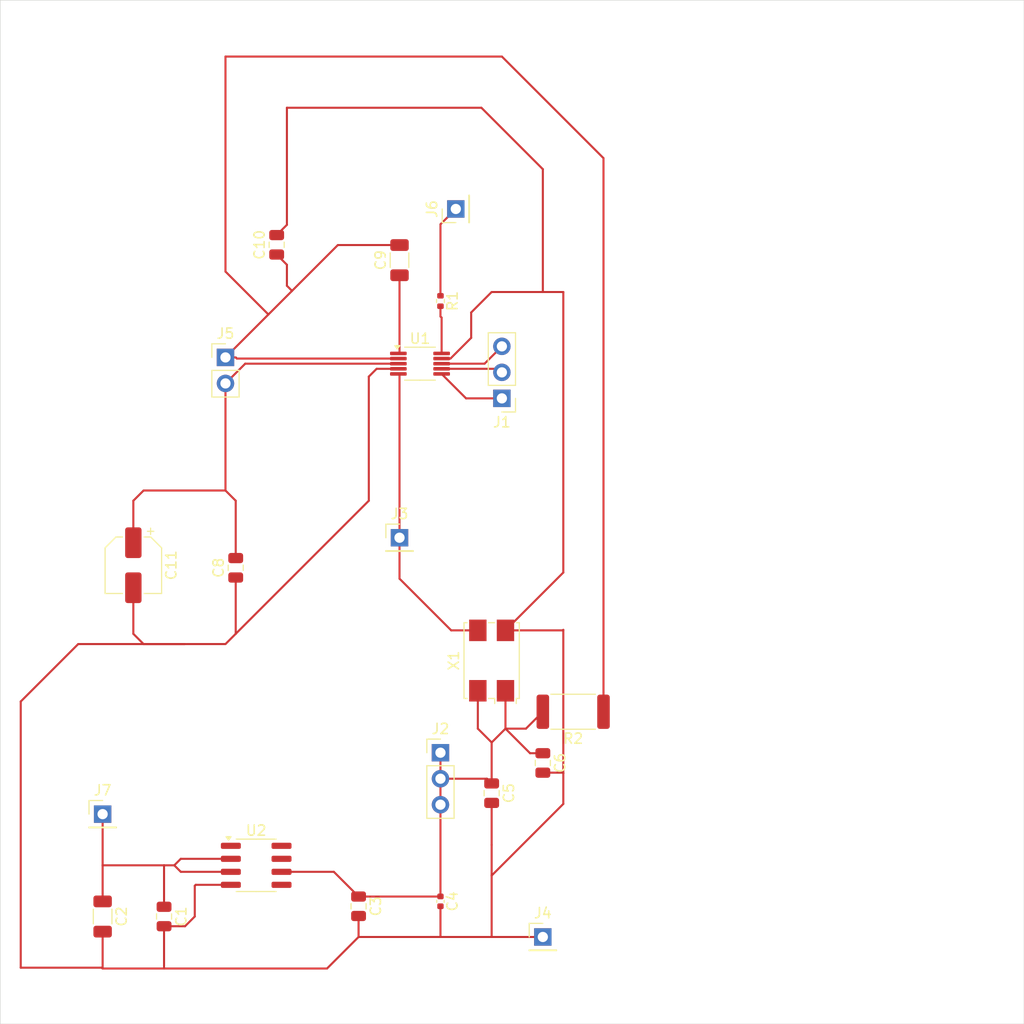
<source format=kicad_pcb>
(kicad_pcb (version 20240108) (generator "pcbnew") (generator_version "8.0")
  (layers (0 "F.Cu" signal) (31 "B.Cu" signal) (34 "B.Paste" user) (35 "F.Paste" user) (36 "B.SilkS" user "B.Silkscreen") (37 "F.SilkS" user "F.Silkscreen") (38 "B.Mask" user) (39 "F.Mask" user) (44 "Edge.Cuts" user))
  (net 0 "")
  (net 1 "GND")
  (net 2 "+5V")
  (net 3 "+3.3V")
  (net 4 "Net-(J5-Pin_2)")
  (net 5 "Net-(U1-COMP)")
  (net 6 "Net-(J1-Pin_1)")
  (net 7 "Net-(J1-Pin_2)")
  (net 8 "Net-(J1-Pin_3)")
  (net 9 "Net-(J3-Pin_1)")
  (net 10 "Net-(J6-Pin_1)")
  (net 11 "Net-(U1-VOUT)")
  (net 16 "Net-(J5-Pin_1)")
  (footprint "Connector_PinHeader_2.54mm:PinHeader_1x02_P2.54mm_Vertical" (layer "F.Cu") (at 127 75.3875)
    (property "Reference" "J5" (at 0 -2.33 0) (layer "F.SilkS"))
    (property "Value" "Conn_01x02_Pin")
    (fp_line (start -1.33 -1.33) (end 0 -1.33) (stroke (width 0.12)) (layer "F.SilkS"))
    (fp_line (start -1.33 0) (end -1.33 -1.33) (stroke (width 0.12)) (layer "F.SilkS"))
    (fp_line (start -1.33 1.27) (end -1.33 3.87) (stroke (width 0.12)) (layer "F.SilkS"))
    (fp_line (start -1.33 1.27) (end 1.33 1.27) (stroke (width 0.12)) (layer "F.SilkS"))
    (fp_line (start -1.33 3.87) (end 1.33 3.87) (stroke (width 0.12)) (layer "F.SilkS"))
    (fp_line (start 1.33 1.27) (end 1.33 3.87) (stroke (width 0.12)) (layer "F.SilkS"))
    (pad "1" thru_hole rect (at 0 0) (size 1.7 1.7) (drill 1) (layers "*.Cu" "*.Mask") (net 16 "Net-(J5-Pin_1)"))
    (pad "2" thru_hole oval (at 0 2.54) (size 1.7 1.7) (drill 1) (layers "*.Cu" "*.Mask") (net 4 "Net-(J5-Pin_2)"))
  )
  (footprint "Capacitor_SMD:CP_Elec_5x5.4" (layer "F.Cu") (at 118 95.6875 -90)
    (property "Reference" "C11" (at 0 -3.7 90) (layer "F.SilkS"))
    (property "Value" "10uF_Polarized")
    (fp_line (start -1.695563 2.76) (end 2.76 2.76) (stroke (width 0.12)) (layer "F.SilkS"))
    (fp_line (start 2.76 2.76) (end 2.76 1.06) (stroke (width 0.12)) (layer "F.SilkS"))
    (fp_line (start -2.76 1.695563) (end -1.695563 2.76) (stroke (width 0.12)) (layer "F.SilkS"))
    (fp_line (start -2.76 1.695563) (end -2.76 1.06) (stroke (width 0.12)) (layer "F.SilkS"))
    (fp_line (start -3.625 -1.685) (end -3 -1.685) (stroke (width 0.12)) (layer "F.SilkS"))
    (fp_line (start -2.76 -1.695563) (end -2.76 -1.06) (stroke (width 0.12)) (layer "F.SilkS"))
    (fp_line (start -2.76 -1.695563) (end -1.695563 -2.76) (stroke (width 0.12)) (layer "F.SilkS"))
    (fp_line (start -3.3125 -1.9975) (end -3.3125 -1.3725) (stroke (width 0.12)) (layer "F.SilkS"))
    (fp_line (start -1.695563 -2.76) (end 2.76 -2.76) (stroke (width 0.12)) (layer "F.SilkS"))
    (fp_line (start 2.76 -2.76) (end 2.76 -1.06) (stroke (width 0.12)) (layer "F.SilkS"))
    (pad "1" smd roundrect (at -2.2 0 270) (size 3 1.6) (layers "F.Cu" "F.Paste" "F.Mask") (roundrect_rratio 0.15625) (net 4 "Net-(J5-Pin_2)"))
    (pad "2" smd roundrect (at 2.2 0 270) (size 3 1.6) (layers "F.Cu" "F.Paste" "F.Mask") (roundrect_rratio 0.15625) (net 1 "GND"))
  )
  (footprint "Capacitor_SMD:C_0805_2012Metric" (layer "F.Cu") (at 153 117.95 -90)
    (property "Reference" "C5" (at 0 -1.68 90) (layer "F.SilkS"))
    (property "Value" "0.1uF")
    (fp_line (start -0.261252 0.735) (end 0.261252 0.735) (stroke (width 0.12)) (layer "F.SilkS"))
    (fp_line (start -0.261252 -0.735) (end 0.261252 -0.735) (stroke (width 0.12)) (layer "F.SilkS"))
    (pad "1" smd roundrect (at -0.95 0 270) (size 1 1.45) (layers "F.Cu" "F.Paste" "F.Mask") (net 3 "+3.3V"))
    (pad "2" smd roundrect (at 0.95 0 270) (size 1 1.45) (layers "F.Cu" "F.Paste" "F.Mask") (net 1 "GND"))
  )
  (footprint "Resistor_SMD:R_0402_1005Metric" (layer "F.Cu") (at 148 69.8775 -90)
    (property "Reference" "R1" (at 0 -1.17 90) (layer "F.SilkS"))
    (property "Value" "50")
    (fp_line (start -0.153641 0.38) (end 0.153641 0.38) (stroke (width 0.12)) (layer "F.SilkS"))
    (fp_line (start -0.153641 -0.38) (end 0.153641 -0.38) (stroke (width 0.12)) (layer "F.SilkS"))
    (pad "1" smd roundrect (at -0.51 0 270) (size 0.54 0.64) (layers "F.Cu" "F.Paste" "F.Mask") (net 10 "Net-(J6-Pin_1)"))
    (pad "2" smd roundrect (at 0.51 0 270) (size 0.54 0.64) (layers "F.Cu" "F.Paste" "F.Mask") (net 11 "Net-(U1-VOUT)"))
  )
  (footprint "Capacitor_SMD:C_0805_2012Metric" (layer "F.Cu") (at 132 64.3875 90)
    (property "Reference" "C10" (at 0 -1.68 90) (layer "F.SilkS"))
    (property "Value" "0.1uF")
    (fp_line (start -0.261252 -0.735) (end 0.261252 -0.735) (stroke (width 0.12)) (layer "F.SilkS"))
    (fp_line (start -0.261252 0.735) (end 0.261252 0.735) (stroke (width 0.12)) (layer "F.SilkS"))
    (pad "1" smd roundrect (at -0.95 0 90) (size 1 1.45) (layers "F.Cu" "F.Paste" "F.Mask") (net 16 "Net-(J5-Pin_1)"))
    (pad "2" smd roundrect (at 0.95 0 90) (size 1 1.45) (layers "F.Cu" "F.Paste" "F.Mask") (net 1 "GND"))
  )
  (footprint "Capacitor_SMD:C_1206_3216Metric" (layer "F.Cu") (at 144 65.8875 90)
    (property "Reference" "C9" (at 0 -1.85 90) (layer "F.SilkS"))
    (property "Value" "0.01uF")
    (fp_line (start -0.711252 -0.91) (end 0.711252 -0.91) (stroke (width 0.12)) (layer "F.SilkS"))
    (fp_line (start -0.711252 0.91) (end 0.711252 0.91) (stroke (width 0.12)) (layer "F.SilkS"))
    (pad "1" smd roundrect (at -1.475 0 90) (size 1.15 1.8) (layers "F.Cu" "F.Paste" "F.Mask") (roundrect_rratio 0.217391) (net 5 "Net-(U1-COMP)"))
    (pad "2" smd roundrect (at 1.475 0 90) (size 1.15 1.8) (layers "F.Cu" "F.Paste" "F.Mask") (roundrect_rratio 0.217391) (net 16 "Net-(J5-Pin_1)"))
  )
  (footprint "Crystal:Crystal_SMD_7050-4Pin_7.0x5.0mm" (layer "F.Cu") (at 153 105 90)
    (property "Reference" "X1" (at 0 -3.7 90) (layer "F.SilkS"))
    (property "Value" "OCETCLJANF-25.000000MHZ")
    (fp_line (start 3.7 -2.7) (end 3.7 -2.4) (stroke (width 0.12)) (layer "F.SilkS"))
    (fp_line (start -3.7 -2.7) (end 3.7 -2.7) (stroke (width 0.12)) (layer "F.SilkS"))
    (fp_line (start -3.7 -2.4) (end -3.7 -2.7) (stroke (width 0.12)) (layer "F.SilkS"))
    (fp_line (start 3.7 -0.3) (end 3.7 0.3) (stroke (width 0.12)) (layer "F.SilkS"))
    (fp_line (start -3.7 0.3) (end -3.7 -0.3) (stroke (width 0.12)) (layer "F.SilkS"))
    (fp_line (start -4.2 0.3) (end -3.7 0.3) (stroke (width 0.12)) (layer "F.SilkS"))
    (fp_line (start -3.7 2.4) (end -3.7 2.7) (stroke (width 0.12)) (layer "F.SilkS"))
    (fp_line (start -4.2 2.4) (end -3.7 2.4) (stroke (width 0.12)) (layer "F.SilkS"))
    (fp_line (start 3.7 2.7) (end 3.7 2.4) (stroke (width 0.12)) (layer "F.SilkS"))
    (fp_line (start -3.7 2.7) (end 3.7 2.7) (stroke (width 0.12)) (layer "F.SilkS"))
    (pad "1" smd rect (at -2.95 1.35 90) (size 2.1 1.7) (layers "F.Cu" "F.Paste" "F.Mask") (net 3 "+3.3V"))
    (pad "2" smd rect (at 2.95 1.35 90) (size 2.1 1.7) (layers "F.Cu" "F.Paste" "F.Mask") (net 1 "GND"))
    (pad "3" smd rect (at 2.95 -1.35 90) (size 2.1 1.7) (layers "F.Cu" "F.Paste" "F.Mask") (net 9 "Net-(J3-Pin_1)"))
    (pad "4" smd rect (at -2.95 -1.35 90) (size 2.1 1.7) (layers "F.Cu" "F.Paste" "F.Mask") (net 3 "+3.3V"))
  )
  (footprint "Resistor_SMD:R_2512_6332Metric" (layer "F.Cu") (at 160.9625 110 180)
    (property "Reference" "R2" (at 0 -2.62 0) (layer "F.SilkS"))
    (property "Value" "0")
    (fp_line (start -2.177064 1.71) (end 2.177064 1.71) (stroke (width 0.12)) (layer "F.SilkS"))
    (fp_line (start -2.177064 -1.71) (end 2.177064 -1.71) (stroke (width 0.12)) (layer "F.SilkS"))
    (pad "1" smd roundrect (at -2.9625 0 180) (size 1.225 3.35) (layers "F.Cu" "F.Paste" "F.Mask") (roundrect_rratio 0.204082) (net 16 "Net-(J5-Pin_1)"))
    (pad "2" smd roundrect (at 2.9625 0 180) (size 1.225 3.35) (layers "F.Cu" "F.Paste" "F.Mask") (roundrect_rratio 0.204082) (net 3 "+3.3V"))
  )
  (footprint "Connector_PinHeader_2.54mm:PinHeader_1x01_P2.54mm_Vertical" (layer "F.Cu") (at 158 132)
    (property "Reference" "J4" (at 0 -2.33 0) (layer "F.SilkS"))
    (property "Value" "Conn_01x01_Pin")
    (fp_line (start -1.33 -1.33) (end 0 -1.33) (stroke (width 0.12)) (layer "F.SilkS"))
    (fp_line (start -1.33 0) (end -1.33 -1.33) (stroke (width 0.12)) (layer "F.SilkS"))
    (fp_line (start -1.33 1.27) (end -1.33 1.33) (stroke (width 0.12)) (layer "F.SilkS"))
    (fp_line (start -1.33 1.27) (end 1.33 1.27) (stroke (width 0.12)) (layer "F.SilkS"))
    (fp_line (start -1.33 1.33) (end 1.33 1.33) (stroke (width 0.12)) (layer "F.SilkS"))
    (fp_line (start 1.33 1.27) (end 1.33 1.33) (stroke (width 0.12)) (layer "F.SilkS"))
    (pad "1" thru_hole rect (at 0 0) (size 1.7 1.7) (drill 1) (layers "*.Cu" "*.Mask") (net 1 "GND"))
  )
  (footprint "Connector_PinHeader_2.54mm:PinHeader_1x01_P2.54mm_Vertical" (layer "F.Cu") (at 149.5 60.8875 90)
    (property "Reference" "J6" (at 0 -2.33 90) (layer "F.SilkS"))
    (property "Value" "Conn_01x01_Pin")
    (fp_line (start -1.33 -1.33) (end 0 -1.33) (stroke (width 0.12)) (layer "F.SilkS"))
    (fp_line (start -1.33 0) (end -1.33 -1.33) (stroke (width 0.12)) (layer "F.SilkS"))
    (fp_line (start 1.33 1.27) (end 1.33 1.33) (stroke (width 0.12)) (layer "F.SilkS"))
    (fp_line (start -1.33 1.27) (end 1.33 1.27) (stroke (width 0.12)) (layer "F.SilkS"))
    (fp_line (start -1.33 1.27) (end -1.33 1.33) (stroke (width 0.12)) (layer "F.SilkS"))
    (fp_line (start -1.33 1.33) (end 1.33 1.33) (stroke (width 0.12)) (layer "F.SilkS"))
    (pad "1" thru_hole rect (at 0 0 90) (size 1.7 1.7) (drill 1) (layers "*.Cu" "*.Mask") (net 10 "Net-(J6-Pin_1)"))
  )
  (footprint "Capacitor_SMD:C_0805_2012Metric" (layer "F.Cu") (at 121 130 -90)
    (property "Reference" "C1" (at 0 -1.68 90) (layer "F.SilkS"))
    (property "Value" "0.1uF")
    (fp_line (start -0.261252 0.735) (end 0.261252 0.735) (stroke (width 0.12)) (layer "F.SilkS"))
    (fp_line (start -0.261252 -0.735) (end 0.261252 -0.735) (stroke (width 0.12)) (layer "F.SilkS"))
    (pad "1" smd roundrect (at -0.95 0 270) (size 1 1.45) (layers "F.Cu" "F.Paste" "F.Mask") (net 2 "+5V"))
    (pad "2" smd roundrect (at 0.95 0 270) (size 1 1.45) (layers "F.Cu" "F.Paste" "F.Mask") (net 1 "GND"))
  )
  (footprint "Capacitor_SMD:C_0805_2012Metric" (layer "F.Cu") (at 140 129 -90)
    (property "Reference" "C3" (at 0 -1.68 90) (layer "F.SilkS"))
    (property "Value" "0.1nF")
    (fp_line (start -0.261252 0.735) (end 0.261252 0.735) (stroke (width 0.12)) (layer "F.SilkS"))
    (fp_line (start -0.261252 -0.735) (end 0.261252 -0.735) (stroke (width 0.12)) (layer "F.SilkS"))
    (pad "1" smd roundrect (at -0.95 0 270) (size 1 1.45) (layers "F.Cu" "F.Paste" "F.Mask") (net 3 "+3.3V"))
    (pad "2" smd roundrect (at 0.95 0 270) (size 1 1.45) (layers "F.Cu" "F.Paste" "F.Mask") (net 1 "GND"))
  )
  (footprint "Package_SO:SOIC-8_3.9x4.9mm_P1.27mm" (layer "F.Cu") (at 130 125)
    (property "Reference" "U2" (at 0 -3.4 0) (layer "F.SilkS"))
    (property "Value" "REF196")
    (fp_line (start 0 -2.56) (end -1.95 -2.56) (stroke (width 0.12)) (layer "F.SilkS"))
    (fp_line (start 0 -2.56) (end 1.95 -2.56) (stroke (width 0.12)) (layer "F.SilkS"))
    (fp_line (start 0 2.56) (end -1.95 2.56) (stroke (width 0.12)) (layer "F.SilkS"))
    (fp_line (start 0 2.56) (end 1.95 2.56) (stroke (width 0.12)) (layer "F.SilkS"))
    (fp_poly (pts (xy -2.7 -2.465) (xy -2.94 -2.795) (xy -2.46 -2.795) (xy -2.7 -2.465)) (stroke (width 0.12)) (fill solid) (layer "F.SilkS"))
    (pad "1" smd roundrect (at -2.475 -1.905) (size 1.95 0.6) (layers "F.Cu" "F.Paste" "F.Mask"))
    (pad "2" smd roundrect (at -2.475 -0.635) (size 1.95 0.6) (layers "F.Cu" "F.Paste" "F.Mask") (net 2 "+5V"))
    (pad "3" smd roundrect (at -2.475 0.635) (size 1.95 0.6) (layers "F.Cu" "F.Paste" "F.Mask") (net 2 "+5V"))
    (pad "4" smd roundrect (at -2.475 1.905) (size 1.95 0.6) (layers "F.Cu" "F.Paste" "F.Mask") (net 1 "GND"))
    (pad "5" smd roundrect (at 2.475 1.905) (size 1.95 0.6) (layers "F.Cu" "F.Paste" "F.Mask"))
    (pad "6" smd roundrect (at 2.475 0.635) (size 1.95 0.6) (layers "F.Cu" "F.Paste" "F.Mask") (net 3 "+3.3V"))
    (pad "7" smd roundrect (at 2.475 -0.635) (size 1.95 0.6) (layers "F.Cu" "F.Paste" "F.Mask"))
    (pad "8" smd roundrect (at 2.475 -1.905) (size 1.95 0.6) (layers "F.Cu" "F.Paste" "F.Mask"))
  )
  (footprint "Connector_PinHeader_2.54mm:PinHeader_1x03_P2.54mm_Vertical" (layer "F.Cu") (at 154 79.3875 180)
    (property "Reference" "J1" (at 0 -2.33 0) (layer "F.SilkS"))
    (property "Value" "Conn_01x03_Pin")
    (fp_line (start 1.33 1.27) (end 1.33 6.41) (stroke (width 0.12)) (layer "F.SilkS"))
    (fp_line (start -1.33 6.41) (end 1.33 6.41) (stroke (width 0.12)) (layer "F.SilkS"))
    (fp_line (start -1.33 1.27) (end 1.33 1.27) (stroke (width 0.12)) (layer "F.SilkS"))
    (fp_line (start -1.33 1.27) (end -1.33 6.41) (stroke (width 0.12)) (layer "F.SilkS"))
    (fp_line (start -1.33 0) (end -1.33 -1.33) (stroke (width 0.12)) (layer "F.SilkS"))
    (fp_line (start -1.33 -1.33) (end 0 -1.33) (stroke (width 0.12)) (layer "F.SilkS"))
    (pad "1" thru_hole rect (at 0 0 180) (size 1.7 1.7) (drill 1) (layers "*.Cu" "*.Mask") (net 6 "Net-(J1-Pin_1)"))
    (pad "2" thru_hole oval (at 0 2.54 180) (size 1.7 1.7) (drill 1) (layers "*.Cu" "*.Mask") (net 7 "Net-(J1-Pin_2)"))
    (pad "3" thru_hole oval (at 0 5.08 180) (size 1.7 1.7) (drill 1) (layers "*.Cu" "*.Mask") (net 8 "Net-(J1-Pin_3)"))
  )
  (footprint "Package_SO:MSOP-10_3x3mm_P0.5mm" (layer "F.Cu") (at 146 76)
    (property "Reference" "U1" (at 0 -2.45 0) (layer "F.SilkS"))
    (property "Value" "AD9833xRM")
    (fp_line (start 0 -1.61) (end -1.5 -1.61) (stroke (width 0.12)) (layer "F.SilkS"))
    (fp_line (start 0 -1.61) (end 1.5 -1.61) (stroke (width 0.12)) (layer "F.SilkS"))
    (fp_line (start 0 1.61) (end -1.5 1.61) (stroke (width 0.12)) (layer "F.SilkS"))
    (fp_line (start 0 1.61) (end 1.5 1.61) (stroke (width 0.12)) (layer "F.SilkS"))
    (fp_poly (pts (xy -2.2125 -1.435) (xy -2.4525 -1.765) (xy -1.9725 -1.765) (xy -2.2125 -1.435)) (stroke (width 0.12)) (fill solid) (layer "F.SilkS"))
    (pad "1" smd roundrect (at -2.1125 -1) (size 1.625 0.35) (layers "F.Cu" "F.Paste" "F.Mask") (net 5 "Net-(U1-COMP)"))
    (pad "2" smd roundrect (at -2.1125 -0.5) (size 1.625 0.35) (layers "F.Cu" "F.Paste" "F.Mask") (net 16 "Net-(J5-Pin_1)"))
    (pad "3" smd roundrect (at -2.1125 0) (size 1.625 0.35) (layers "F.Cu" "F.Paste" "F.Mask") (net 4 "Net-(J5-Pin_2)"))
    (pad "4" smd roundrect (at -2.1125 0.5) (size 1.625 0.35) (layers "F.Cu" "F.Paste" "F.Mask") (net 1 "GND"))
    (pad "5" smd roundrect (at -2.1125 1) (size 1.625 0.35) (layers "F.Cu" "F.Paste" "F.Mask") (net 9 "Net-(J3-Pin_1)"))
    (pad "6" smd roundrect (at 2.1125 1) (size 1.625 0.35) (layers "F.Cu" "F.Paste" "F.Mask") (net 6 "Net-(J1-Pin_1)"))
    (pad "7" smd roundrect (at 2.1125 0.5) (size 1.625 0.35) (layers "F.Cu" "F.Paste" "F.Mask") (net 7 "Net-(J1-Pin_2)"))
    (pad "8" smd roundrect (at 2.1125 0) (size 1.625 0.35) (layers "F.Cu" "F.Paste" "F.Mask") (net 8 "Net-(J1-Pin_3)"))
    (pad "9" smd roundrect (at 2.1125 -0.5) (size 1.625 0.35) (layers "F.Cu" "F.Paste" "F.Mask") (net 1 "GND"))
    (pad "10" smd roundrect (at 2.1125 -1) (size 1.625 0.35) (layers "F.Cu" "F.Paste" "F.Mask") (net 11 "Net-(U1-VOUT)"))
  )
  (footprint "Connector_PinHeader_2.54mm:PinHeader_1x03_P2.54mm_Vertical" (layer "F.Cu") (at 148 114)
    (property "Reference" "J2" (at 0 -2.33 0) (layer "F.SilkS"))
    (property "Value" "Conn_01x03_Pin")
    (fp_line (start -1.33 -1.33) (end 0 -1.33) (stroke (width 0.12)) (layer "F.SilkS"))
    (fp_line (start -1.33 0) (end -1.33 -1.33) (stroke (width 0.12)) (layer "F.SilkS"))
    (fp_line (start -1.33 1.27) (end -1.33 6.41) (stroke (width 0.12)) (layer "F.SilkS"))
    (fp_line (start -1.33 1.27) (end 1.33 1.27) (stroke (width 0.12)) (layer "F.SilkS"))
    (fp_line (start -1.33 6.41) (end 1.33 6.41) (stroke (width 0.12)) (layer "F.SilkS"))
    (fp_line (start 1.33 1.27) (end 1.33 6.41) (stroke (width 0.12)) (layer "F.SilkS"))
    (pad "1" thru_hole rect (at 0 0) (size 1.7 1.7) (drill 1) (layers "*.Cu" "*.Mask") (net 3 "+3.3V"))
    (pad "2" thru_hole oval (at 0 2.54) (size 1.7 1.7) (drill 1) (layers "*.Cu" "*.Mask") (net 3 "+3.3V"))
    (pad "3" thru_hole oval (at 0 5.08) (size 1.7 1.7) (drill 1) (layers "*.Cu" "*.Mask") (net 3 "+3.3V"))
  )
  (footprint "Capacitor_SMD:C_0402_1005Metric" (layer "F.Cu") (at 148 128.52 -90)
    (property "Reference" "C4" (at 0 -1.16 90) (layer "F.SilkS"))
    (property "Value" "1uF")
    (fp_line (start -0.107836 0.36) (end 0.107836 0.36) (stroke (width 0.12)) (layer "F.SilkS"))
    (fp_line (start -0.107836 -0.36) (end 0.107836 -0.36) (stroke (width 0.12)) (layer "F.SilkS"))
    (pad "1" smd roundrect (at -0.48 0 270) (size 0.56 0.62) (layers "F.Cu" "F.Paste" "F.Mask") (net 3 "+3.3V"))
    (pad "2" smd roundrect (at 0.48 0 270) (size 0.56 0.62) (layers "F.Cu" "F.Paste" "F.Mask") (net 1 "GND"))
  )
  (footprint "Capacitor_SMD:C_1206_3216Metric" (layer "F.Cu") (at 115 130 -90)
    (property "Reference" "C2" (at 0 -1.85 90) (layer "F.SilkS"))
    (property "Value" "10uF")
    (fp_line (start -0.711252 0.91) (end 0.711252 0.91) (stroke (width 0.12)) (layer "F.SilkS"))
    (fp_line (start -0.711252 -0.91) (end 0.711252 -0.91) (stroke (width 0.12)) (layer "F.SilkS"))
    (pad "1" smd roundrect (at -1.475 0 270) (size 1.15 1.8) (layers "F.Cu" "F.Paste" "F.Mask") (roundrect_rratio 0.217391) (net 2 "+5V"))
    (pad "2" smd roundrect (at 1.475 0 270) (size 1.15 1.8) (layers "F.Cu" "F.Paste" "F.Mask") (roundrect_rratio 0.217391) (net 1 "GND"))
  )
  (footprint "Capacitor_SMD:C_0805_2012Metric" (layer "F.Cu") (at 158 115 -90)
    (property "Reference" "C6" (at 0 -1.68 90) (layer "F.SilkS"))
    (property "Value" "0.1uF")
    (fp_line (start -0.261252 0.735) (end 0.261252 0.735) (stroke (width 0.12)) (layer "F.SilkS"))
    (fp_line (start -0.261252 -0.735) (end 0.261252 -0.735) (stroke (width 0.12)) (layer "F.SilkS"))
    (pad "1" smd roundrect (at -0.95 0 270) (size 1 1.45) (layers "F.Cu" "F.Paste" "F.Mask") (net 3 "+3.3V"))
    (pad "2" smd roundrect (at 0.95 0 270) (size 1 1.45) (layers "F.Cu" "F.Paste" "F.Mask") (net 1 "GND"))
  )
  (footprint "Capacitor_SMD:C_0805_2012Metric" (layer "F.Cu") (at 128 95.9375 90)
    (property "Reference" "C8" (at 0 -1.68 90) (layer "F.SilkS"))
    (property "Value" "0.1uF")
    (fp_line (start -0.261252 -0.735) (end 0.261252 -0.735) (stroke (width 0.12)) (layer "F.SilkS"))
    (fp_line (start -0.261252 0.735) (end 0.261252 0.735) (stroke (width 0.12)) (layer "F.SilkS"))
    (pad "1" smd roundrect (at -0.95 0 90) (size 1 1.45) (layers "F.Cu" "F.Paste" "F.Mask") (net 1 "GND"))
    (pad "2" smd roundrect (at 0.95 0 90) (size 1 1.45) (layers "F.Cu" "F.Paste" "F.Mask") (net 4 "Net-(J5-Pin_2)"))
  )
  (footprint "Connector_PinHeader_2.54mm:PinHeader_1x01_P2.54mm_Vertical" (layer "F.Cu") (at 144 93)
    (property "Reference" "J3" (at 0 -2.33 0) (layer "F.SilkS"))
    (property "Value" "Conn_01x01_Pin")
    (fp_line (start -1.33 -1.33) (end 0 -1.33) (stroke (width 0.12)) (layer "F.SilkS"))
    (fp_line (start -1.33 0) (end -1.33 -1.33) (stroke (width 0.12)) (layer "F.SilkS"))
    (fp_line (start -1.33 1.27) (end -1.33 1.33) (stroke (width 0.12)) (layer "F.SilkS"))
    (fp_line (start -1.33 1.27) (end 1.33 1.27) (stroke (width 0.12)) (layer "F.SilkS"))
    (fp_line (start -1.33 1.33) (end 1.33 1.33) (stroke (width 0.12)) (layer "F.SilkS"))
    (fp_line (start 1.33 1.27) (end 1.33 1.33) (stroke (width 0.12)) (layer "F.SilkS"))
    (pad "1" thru_hole rect (at 0 0) (size 1.7 1.7) (drill 1) (layers "*.Cu" "*.Mask") (net 9 "Net-(J3-Pin_1)"))
  )
  (footprint "Connector_PinHeader_2.54mm:PinHeader_1x01_P2.54mm_Vertical" (layer "F.Cu") (at 115 120)
    (property "Reference" "J7" (at 0 -2.33 0) (layer "F.SilkS"))
    (property "Value" "Conn_01x01_Pin")
    (fp_line (start -1.33 -1.33) (end 0 -1.33) (stroke (width 0.12)) (layer "F.SilkS"))
    (fp_line (start -1.33 0) (end -1.33 -1.33) (stroke (width 0.12)) (layer "F.SilkS"))
    (fp_line (start -1.33 1.27) (end -1.33 1.33) (stroke (width 0.12)) (layer "F.SilkS"))
    (fp_line (start -1.33 1.27) (end 1.33 1.27) (stroke (width 0.12)) (layer "F.SilkS"))
    (fp_line (start -1.33 1.33) (end 1.33 1.33) (stroke (width 0.12)) (layer "F.SilkS"))
    (fp_line (start 1.33 1.27) (end 1.33 1.33) (stroke (width 0.12)) (layer "F.SilkS"))
    (pad "1" thru_hole rect (at 0 0) (size 1.7 1.7) (drill 1) (layers "*.Cu" "*.Mask") (net 2 "+5V"))
  )
  (gr_rect (start 105 40.5) (end 205 140.5) (stroke (width 0.05)) (fill none) (layer "Edge.Cuts"))
  (segment (start 153 132) (end 158 132) (width 0.2) (layer "F.Cu") (net 1))
  (segment (start 116.92 135.08) (end 119.46 135.08) (width 0.2) (layer "F.Cu") (net 1))
  (segment (start 115 131.475) (end 115 135.08) (width 0.2) (layer "F.Cu") (net 1))
  (segment (start 118 97.8875) (end 118 102.3875) (width 0.2) (layer "F.Cu") (net 1))
  (segment (start 159.95 102.05) (end 160 102) (width 0.2) (layer "F.Cu") (net 1))
  (segment (start 121 130.95) (end 123.05 130.95) (width 0.2) (layer "F.Cu") (net 1))
  (segment (start 152 51) (end 158 57) (width 0.2) (layer "F.Cu") (net 1))
  (segment (start 127 103.3875) (end 128 102.3875) (width 0.2) (layer "F.Cu") (net 1))
  (segment (start 160 102) (end 160 116) (width 0.2) (layer "F.Cu") (net 1))
  (segment (start 160 96.4) (end 154.35 102.05) (width 0.2) (layer "F.Cu") (net 1))
  (segment (start 148.975432 75.5) (end 151 73.475432) (width 0.2) (layer "F.Cu") (net 1))
  (segment (start 119.46 135.08) (end 121 135.08) (width 0.2) (layer "F.Cu") (net 1))
  (segment (start 158 115.95) (end 159.95 115.95) (width 0.2) (layer "F.Cu") (net 1))
  (segment (start 154.35 102.05) (end 159.95 102.05) (width 0.2) (layer "F.Cu") (net 1))
  (segment (start 148.1125 75.5) (end 148.975432 75.5) (width 0.2) (layer "F.Cu") (net 1))
  (segment (start 124 130) (end 124 127) (width 0.2) (layer "F.Cu") (net 1))
  (segment (start 141 89.3875) (end 128 102.3875) (width 0.2) (layer "F.Cu") (net 1))
  (segment (start 133 62.4375) (end 133 51) (width 0.2) (layer "F.Cu") (net 1))
  (segment (start 127.525 126.905) (end 124.095 126.905) (width 0.2) (layer "F.Cu") (net 1))
  (segment (start 151 73.475432) (end 151 71) (width 0.2) (layer "F.Cu") (net 1))
  (segment (start 128 102.3875) (end 128 96.8875) (width 0.2) (layer "F.Cu") (net 1))
  (segment (start 147 132) (end 148 132) (width 0.2) (layer "F.Cu") (net 1))
  (segment (start 124 127) (end 124.095 126.905) (width 0.2) (layer "F.Cu") (net 1))
  (segment (start 115 135.08) (end 116.92 135.08) (width 0.2) (layer "F.Cu") (net 1))
  (segment (start 160 116) (end 160 119) (width 0.2) (layer "F.Cu") (net 1))
  (segment (start 141 77.262284) (end 141 89.3875) (width 0.2) (layer "F.Cu") (net 1))
  (segment (start 133 51) (end 152 51) (width 0.2) (layer "F.Cu") (net 1))
  (segment (start 153 132) (end 147 132) (width 0.2) (layer "F.Cu") (net 1))
  (segment (start 112.6125 103.3875) (end 107 109) (width 0.2) (layer "F.Cu") (net 1))
  (segment (start 148 132) (end 148 129) (width 0.2) (layer "F.Cu") (net 1))
  (segment (start 158 69) (end 160 69) (width 0.2) (layer "F.Cu") (net 1))
  (segment (start 159.95 115.95) (end 160 116) (width 0.2) (layer "F.Cu") (net 1))
  (segment (start 118 102.3875) (end 119 103.3875) (width 0.2) (layer "F.Cu") (net 1))
  (segment (start 160 69) (end 160 96.4) (width 0.2) (layer "F.Cu") (net 1))
  (segment (start 140 132) (end 147 132) (width 0.2) (layer "F.Cu") (net 1))
  (segment (start 160 119) (end 153 126) (width 0.2) (layer "F.Cu") (net 1))
  (segment (start 153 69) (end 158 69) (width 0.2) (layer "F.Cu") (net 1))
  (segment (start 123 103.3875) (end 127 103.3875) (width 0.2) (layer "F.Cu") (net 1))
  (segment (start 140 132) (end 136.92 135.08) (width 0.2) (layer "F.Cu") (net 1))
  (segment (start 123 103.3875) (end 112.6125 103.3875) (width 0.2) (layer "F.Cu") (net 1))
  (segment (start 107 135) (end 114.92 135) (width 0.2) (layer "F.Cu") (net 1))
  (segment (start 119 103.3875) (end 123 103.3875) (width 0.2) (layer "F.Cu") (net 1))
  (segment (start 121 135) (end 121 135.08) (width 0.2) (layer "F.Cu") (net 1))
  (segment (start 153 118.9) (end 153 123) (width 0.2) (layer "F.Cu") (net 1))
  (segment (start 158 57) (end 158 69) (width 0.2) (layer "F.Cu") (net 1))
  (segment (start 151 71) (end 153 69) (width 0.2) (layer "F.Cu") (net 1))
  (segment (start 107 109) (end 107 135) (width 0.2) (layer "F.Cu") (net 1))
  (segment (start 153 123) (end 153 126) (width 0.2) (layer "F.Cu") (net 1))
  (segment (start 143.8875 76.5) (end 141.762284 76.5) (width 0.2) (layer "F.Cu") (net 1))
  (segment (start 114.92 135) (end 115 135.08) (width 0.2) (layer "F.Cu") (net 1))
  (segment (start 136.92 135.08) (end 121 135.08) (width 0.2) (layer "F.Cu") (net 1))
  (segment (start 132 63.4375) (end 133 62.4375) (width 0.2) (layer "F.Cu") (net 1))
  (segment (start 123.05 130.95) (end 124 130) (width 0.2) (layer "F.Cu") (net 1))
  (segment (start 121 130.95) (end 121 135) (width 0.2) (layer "F.Cu") (net 1))
  (segment (start 141.762284 76.5) (end 141 77.262284) (width 0.2) (layer "F.Cu") (net 1))
  (segment (start 153 126) (end 153 132) (width 0.2) (layer "F.Cu") (net 1))
  (segment (start 140 129.95) (end 140 132) (width 0.2) (layer "F.Cu") (net 1))
  (segment (start 115 128.525) (end 115 125) (width 0.2) (layer "F.Cu") (net 2))
  (segment (start 122.635 125.635) (end 127.525 125.635) (width 0.2) (layer "F.Cu") (net 2))
  (segment (start 121 125) (end 122 125) (width 0.2) (layer "F.Cu") (net 2))
  (segment (start 121 129.05) (end 121 125) (width 0.2) (layer "F.Cu") (net 2))
  (segment (start 115 125) (end 121 125) (width 0.2) (layer "F.Cu") (net 2))
  (segment (start 122.635 124.365) (end 122 125) (width 0.2) (layer "F.Cu") (net 2))
  (segment (start 115 120) (end 115 125) (width 0.2) (layer "F.Cu") (net 2))
  (segment (start 122 125) (end 122.635 125.635) (width 0.2) (layer "F.Cu") (net 2))
  (segment (start 122.635 124.365) (end 127.525 124.365) (width 0.2) (layer "F.Cu") (net 2))
  (segment (start 140 128.05) (end 137.585 125.635) (width 0.2) (layer "F.Cu") (net 3))
  (segment (start 137.585 125.635) (end 132.475 125.635) (width 0.2) (layer "F.Cu") (net 3))
  (segment (start 148 116.54) (end 148 114) (width 0.2) (layer "F.Cu") (net 3))
  (segment (start 148 116.54) (end 152.54 116.54) (width 0.2) (layer "F.Cu") (net 3))
  (segment (start 147.99 128.05) (end 148 128.04) (width 0.2) (layer "F.Cu") (net 3))
  (segment (start 154.35 111.65) (end 154.35 107.95) (width 0.2) (layer "F.Cu") (net 3))
  (segment (start 148 128.04) (end 148 119.08) (width 0.2) (layer "F.Cu") (net 3))
  (segment (start 153 117) (end 153 113) (width 0.2) (layer "F.Cu") (net 3))
  (segment (start 148 119.08) (end 148 116.54) (width 0.2) (layer "F.Cu") (net 3))
  (segment (start 158 114.05) (end 156.75 114.05) (width 0.2) (layer "F.Cu") (net 3))
  (segment (start 151.65 107.95) (end 151.65 111.65) (width 0.2) (layer "F.Cu") (net 3))
  (segment (start 156.75 114.05) (end 154.35 111.65) (width 0.2) (layer "F.Cu") (net 3))
  (segment (start 158 110) (end 156.35 111.65) (width 0.2) (layer "F.Cu") (net 3))
  (segment (start 140.01 128.04) (end 140 128.05) (width 0.2) (layer "F.Cu") (net 3))
  (segment (start 153 113) (end 154.35 111.65) (width 0.2) (layer "F.Cu") (net 3))
  (segment (start 156.35 111.65) (end 154.35 111.65) (width 0.2) (layer "F.Cu") (net 3))
  (segment (start 152.54 116.54) (end 153 117) (width 0.2) (layer "F.Cu") (net 3))
  (segment (start 140 128.05) (end 147.99 128.05) (width 0.2) (layer "F.Cu") (net 3))
  (segment (start 151.65 111.65) (end 153 113) (width 0.2) (layer "F.Cu") (net 3))
  (segment (start 119 88.3875) (end 127 88.3875) (width 0.2) (layer "F.Cu") (net 4))
  (segment (start 127 88.3875) (end 128 89.3875) (width 0.2) (layer "F.Cu") (net 4))
  (segment (start 128.9275 76) (end 127 77.9275) (width 0.2) (layer "F.Cu") (net 4))
  (segment (start 127 77.9275) (end 127 88.3875) (width 0.2) (layer "F.Cu") (net 4))
  (segment (start 143.8875 76) (end 128.9275 76) (width 0.2) (layer "F.Cu") (net 4))
  (segment (start 118 89.3875) (end 119 88.3875) (width 0.2) (layer "F.Cu") (net 4))
  (segment (start 128 89.3875) (end 128 94.9875) (width 0.2) (layer "F.Cu") (net 4))
  (segment (start 118 93.4875) (end 118 89.3875) (width 0.2) (layer "F.Cu") (net 4))
  (segment (start 144 67.3625) (end 144 74.8875) (width 0.2) (layer "F.Cu") (net 5))
  (segment (start 144 74.8875) (end 143.8875 75) (width 0.2) (layer "F.Cu") (net 5))
  (segment (start 154 79.3875) (end 150.5 79.3875) (width 0.2) (layer "F.Cu") (net 6))
  (segment (start 150.5 79.3875) (end 148.1125 77) (width 0.2) (layer "F.Cu") (net 6))
  (segment (start 154 76.8475) (end 153.6525 76.5) (width 0.2) (layer "F.Cu") (net 7))
  (segment (start 153.6525 76.5) (end 148.1125 76.5) (width 0.2) (layer "F.Cu") (net 7))
  (segment (start 154 74.3075) (end 152.3075 76) (width 0.2) (layer "F.Cu") (net 8))
  (segment (start 152.3075 76) (end 148.1125 76) (width 0.2) (layer "F.Cu") (net 8))
  (segment (start 149.05 102.05) (end 144 97) (width 0.2) (layer "F.Cu") (net 9))
  (segment (start 144 93) (end 144 77.1125) (width 0.2) (layer "F.Cu") (net 9))
  (segment (start 151.65 102.05) (end 149.05 102.05) (width 0.2) (layer "F.Cu") (net 9))
  (segment (start 144 77.1125) (end 143.8875 77) (width 0.2) (layer "F.Cu") (net 9))
  (segment (start 144 93) (end 144 97) (width 0.2) (layer "F.Cu") (net 9))
  (segment (start 148 62.3875) (end 149.5 60.8875) (width 0.2) (layer "F.Cu") (net 10))
  (segment (start 148 69.3675) (end 148 62.3875) (width 0.2) (layer "F.Cu") (net 10))
  (segment (start 148 70.3875) (end 148 71.3875) (width 0.2) (layer "F.Cu") (net 11))
  (segment (start 148 71.3875) (end 148.1125 71.5) (width 0.2) (layer "F.Cu") (net 11))
  (segment (start 148.1125 71.5) (end 148.1125 75) (width 0.2) (layer "F.Cu") (net 11))
  (segment (start 133.5 68.8875) (end 131.19375 71.19375) (width 0.2) (layer "F.Cu") (net 16))
  (segment (start 127 67) (end 131.19375 71.19375) (width 0.2) (layer "F.Cu") (net 16))
  (segment (start 133 68.3875) (end 133 66.3375) (width 0.2) (layer "F.Cu") (net 16))
  (segment (start 163.925 110) (end 163.925 55.925) (width 0.2) (layer "F.Cu") (net 16))
  (segment (start 128 75.3875) (end 128.1125 75.5) (width 0.2) (layer "F.Cu") (net 16))
  (segment (start 144 64.4125) (end 137.975 64.4125) (width 0.2) (layer "F.Cu") (net 16))
  (segment (start 128.1125 75.5) (end 143.8875 75.5) (width 0.2) (layer "F.Cu") (net 16))
  (segment (start 163.925 55.925) (end 154 46) (width 0.2) (layer "F.Cu") (net 16))
  (segment (start 131.19375 71.19375) (end 127 75.3875) (width 0.2) (layer "F.Cu") (net 16))
  (segment (start 127 46) (end 127 67) (width 0.2) (layer "F.Cu") (net 16))
  (segment (start 133 66.3375) (end 132 65.3375) (width 0.2) (layer "F.Cu") (net 16))
  (segment (start 154 46) (end 127 46) (width 0.2) (layer "F.Cu") (net 16))
  (segment (start 137.975 64.4125) (end 133.5 68.8875) (width 0.2) (layer "F.Cu") (net 16))
  (segment (start 127 75.3875) (end 128 75.3875) (width 0.2) (layer "F.Cu") (net 16))
  (segment (start 133.5 68.8875) (end 133 68.3875) (width 0.2) (layer "F.Cu") (net 16))
)
</source>
